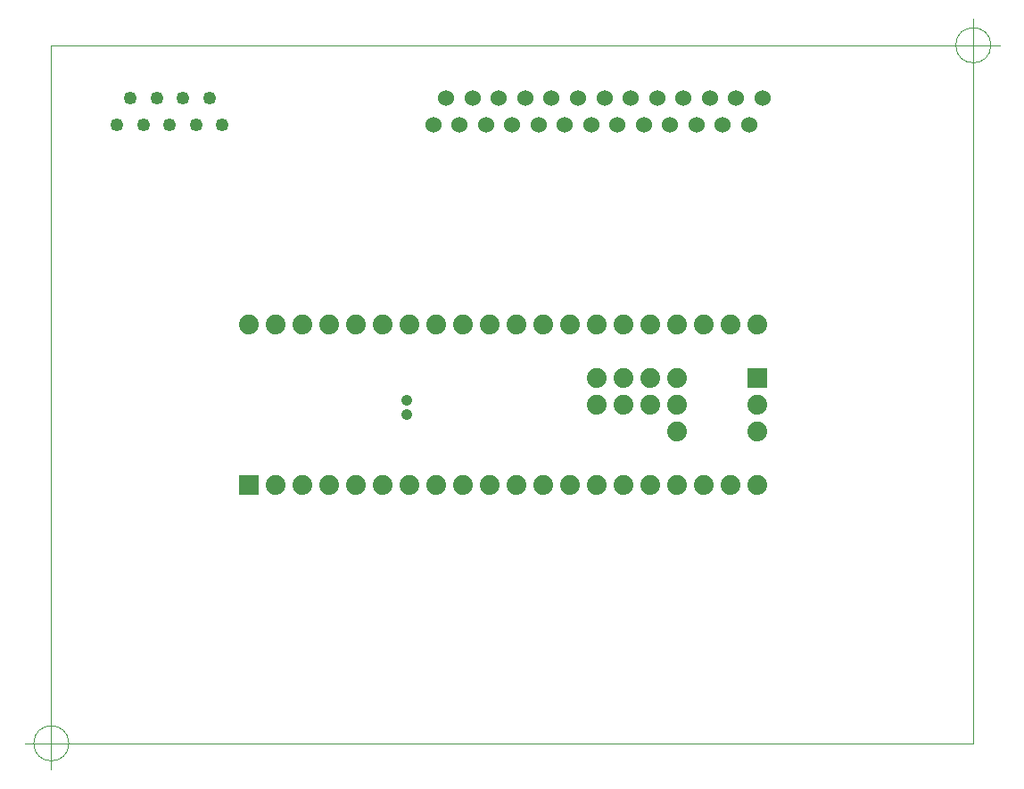
<source format=gbr>
G04 #@! TF.FileFunction,Copper,L1,Top,Signal*
%FSLAX46Y46*%
G04 Gerber Fmt 4.6, Leading zero omitted, Abs format (unit mm)*
G04 Created by KiCad (PCBNEW 4.0.2-4+6225~38~ubuntu14.04.1-stable) date lun 02 mag 2016 11:29:17 CEST*
%MOMM*%
G01*
G04 APERTURE LIST*
%ADD10C,0.100000*%
%ADD11C,1.879600*%
%ADD12R,1.879600X1.879600*%
%ADD13C,1.066800*%
%ADD14C,1.524000*%
%ADD15C,1.250000*%
G04 APERTURE END LIST*
D10*
X187500000Y-128750000D02*
X100000000Y-128750000D01*
X189188390Y-62455400D02*
G75*
G03X189188390Y-62455400I-1666666J0D01*
G01*
X185021724Y-62455400D02*
X190021724Y-62455400D01*
X187521724Y-59955400D02*
X187521724Y-64955400D01*
X101668629Y-128752980D02*
G75*
G03X101668629Y-128752980I-1666666J0D01*
G01*
X97501963Y-128752980D02*
X102501963Y-128752980D01*
X100001963Y-126252980D02*
X100001963Y-131252980D01*
X187500000Y-62500000D02*
X100000000Y-62500000D01*
X187500000Y-128750000D02*
X187500000Y-62500000D01*
X100000000Y-62500000D02*
X100000000Y-128750000D01*
D11*
X118764000Y-88965600D03*
X121304000Y-88965600D03*
X123844000Y-88965600D03*
X126384000Y-88965600D03*
X128924000Y-88965600D03*
X131464000Y-88965600D03*
X134004000Y-88965600D03*
X136544000Y-88965600D03*
X139084000Y-88965600D03*
X141624000Y-88965600D03*
X144164000Y-88965600D03*
X146704000Y-88965600D03*
X149244000Y-88965600D03*
X151784000Y-88965600D03*
X154324000Y-88965600D03*
X156864000Y-88965600D03*
X159404000Y-88965600D03*
X161944000Y-88965600D03*
X164484000Y-88965600D03*
X167024000Y-88965600D03*
X167024000Y-104205600D03*
X164484000Y-104205600D03*
X161944000Y-104205600D03*
X159404000Y-104205600D03*
X156864000Y-104205600D03*
X154324000Y-104205600D03*
X151784000Y-104205600D03*
X149244000Y-104205600D03*
X146704000Y-104205600D03*
X144164000Y-104205600D03*
X141624000Y-104205600D03*
X139084000Y-104205600D03*
X136544000Y-104205600D03*
X134004000Y-104205600D03*
X131464000Y-104205600D03*
X128924000Y-104205600D03*
X126384000Y-104205600D03*
X123844000Y-104205600D03*
X121304000Y-104205600D03*
D12*
X118764000Y-104205600D03*
X167024000Y-94045600D03*
D11*
X167024000Y-96585600D03*
X167024000Y-99125600D03*
X159404000Y-94045600D03*
X156864000Y-94045600D03*
X154324000Y-94045600D03*
X151784000Y-94045600D03*
X151784000Y-96585600D03*
X154324000Y-96585600D03*
X156864000Y-96585600D03*
X159404000Y-96585600D03*
D13*
X133750000Y-97500000D03*
X133750000Y-96179200D03*
D11*
X159404000Y-99125600D03*
D14*
X136250000Y-70000000D03*
X137500000Y-67500000D03*
X138750000Y-70000000D03*
X140000000Y-67500000D03*
X141250000Y-70000000D03*
X142500000Y-67500000D03*
X143750000Y-70000000D03*
X145000000Y-67500000D03*
X146250000Y-70000000D03*
X147500000Y-67500000D03*
X148750000Y-70000000D03*
X150000000Y-67500000D03*
X151250000Y-70000000D03*
X152500000Y-67500000D03*
X153750000Y-70000000D03*
X155000000Y-67500000D03*
X156250000Y-70000000D03*
X157500000Y-67500000D03*
X158750000Y-70000000D03*
X160000000Y-67500000D03*
X161250000Y-70000000D03*
X162500000Y-67500000D03*
X163750000Y-70000000D03*
X165000000Y-67500000D03*
X166250000Y-70000000D03*
X167500000Y-67500000D03*
D15*
X106250000Y-70000000D03*
X107500000Y-67500000D03*
X108750000Y-70000000D03*
X110000000Y-67500000D03*
X111250000Y-70000000D03*
X112500000Y-67500000D03*
X113750000Y-70000000D03*
X115000000Y-67500000D03*
X116250000Y-70000000D03*
M02*

</source>
